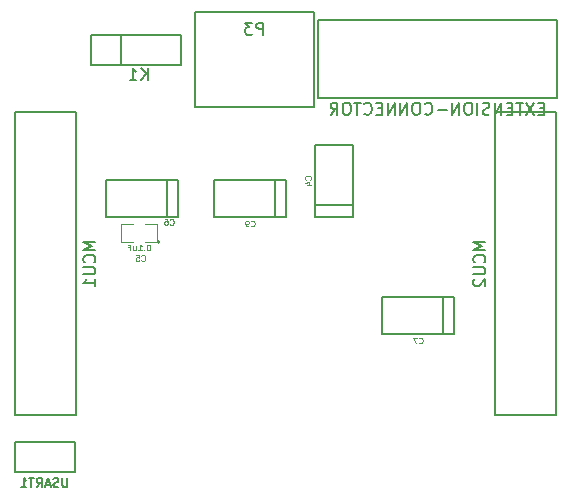
<source format=gbo>
G04 (created by PCBNEW (2013-may-18)-stable) date Вт 16 фев 2016 22:09:58*
%MOIN*%
G04 Gerber Fmt 3.4, Leading zero omitted, Abs format*
%FSLAX34Y34*%
G01*
G70*
G90*
G04 APERTURE LIST*
%ADD10C,0.00590551*%
%ADD11C,0.0039*%
%ADD12C,0.006*%
%ADD13C,0.005*%
%ADD14C,0.0043*%
%ADD15C,0.008*%
%ADD16C,0.0047*%
G04 APERTURE END LIST*
G54D10*
G54D11*
X29600Y-22550D02*
G75*
G03X29600Y-22550I-50J0D01*
G74*
G01*
X29100Y-22550D02*
X29500Y-22550D01*
X29500Y-22550D02*
X29500Y-21950D01*
X29500Y-21950D02*
X29100Y-21950D01*
X28700Y-21950D02*
X28300Y-21950D01*
X28300Y-21950D02*
X28300Y-22550D01*
X28300Y-22550D02*
X28700Y-22550D01*
G54D12*
X27300Y-15650D02*
X27300Y-16650D01*
X27300Y-16650D02*
X30300Y-16650D01*
X30300Y-16650D02*
X30300Y-15650D01*
X30300Y-15650D02*
X27300Y-15650D01*
X28300Y-16650D02*
X28300Y-15650D01*
X24750Y-29200D02*
X24750Y-30200D01*
X24750Y-30200D02*
X26750Y-30200D01*
X26750Y-30200D02*
X26750Y-29200D01*
X26750Y-29200D02*
X24750Y-29200D01*
G54D10*
X42811Y-28307D02*
X42811Y-18228D01*
X42811Y-18228D02*
X40763Y-18228D01*
X40763Y-18228D02*
X40763Y-28307D01*
X40763Y-28307D02*
X42811Y-28307D01*
X24763Y-18228D02*
X24763Y-28307D01*
X24763Y-28307D02*
X26811Y-28307D01*
X26811Y-28307D02*
X26811Y-18228D01*
X26811Y-18228D02*
X24763Y-18228D01*
X34718Y-18037D02*
X30781Y-18037D01*
X30781Y-18037D02*
X30781Y-14887D01*
X30781Y-14887D02*
X34718Y-14887D01*
X34718Y-18037D02*
X34718Y-14887D01*
G54D13*
X39025Y-25625D02*
X39025Y-24375D01*
X37000Y-25625D02*
X37000Y-24375D01*
X37000Y-24375D02*
X39400Y-24375D01*
X39400Y-24375D02*
X39400Y-25625D01*
X39400Y-25625D02*
X37000Y-25625D01*
X34775Y-21325D02*
X36025Y-21325D01*
X34775Y-19300D02*
X36025Y-19300D01*
X36025Y-19300D02*
X36025Y-21700D01*
X36025Y-21700D02*
X34775Y-21700D01*
X34775Y-21700D02*
X34775Y-19300D01*
X33425Y-21725D02*
X33425Y-20475D01*
X31400Y-21725D02*
X31400Y-20475D01*
X31400Y-20475D02*
X33800Y-20475D01*
X33800Y-20475D02*
X33800Y-21725D01*
X33800Y-21725D02*
X31400Y-21725D01*
X29825Y-21725D02*
X29825Y-20475D01*
X27800Y-21725D02*
X27800Y-20475D01*
X27800Y-20475D02*
X30200Y-20475D01*
X30200Y-20475D02*
X30200Y-21725D01*
X30200Y-21725D02*
X27800Y-21725D01*
G54D10*
X34873Y-17749D02*
X42826Y-17749D01*
X42826Y-17749D02*
X42826Y-15150D01*
X42826Y-15150D02*
X34873Y-15150D01*
X34873Y-15150D02*
X34873Y-17749D01*
G54D14*
X28982Y-23160D02*
X28992Y-23170D01*
X29020Y-23179D01*
X29039Y-23179D01*
X29067Y-23170D01*
X29086Y-23151D01*
X29095Y-23132D01*
X29104Y-23095D01*
X29104Y-23067D01*
X29095Y-23029D01*
X29086Y-23010D01*
X29067Y-22992D01*
X29039Y-22982D01*
X29020Y-22982D01*
X28992Y-22992D01*
X28982Y-23001D01*
X28804Y-22982D02*
X28898Y-22982D01*
X28907Y-23076D01*
X28898Y-23067D01*
X28879Y-23057D01*
X28832Y-23057D01*
X28813Y-23067D01*
X28804Y-23076D01*
X28795Y-23095D01*
X28795Y-23142D01*
X28804Y-23160D01*
X28813Y-23170D01*
X28832Y-23179D01*
X28879Y-23179D01*
X28898Y-23170D01*
X28907Y-23160D01*
X29223Y-22632D02*
X29204Y-22632D01*
X29186Y-22642D01*
X29176Y-22651D01*
X29167Y-22670D01*
X29157Y-22707D01*
X29157Y-22754D01*
X29167Y-22792D01*
X29176Y-22810D01*
X29186Y-22820D01*
X29204Y-22829D01*
X29223Y-22829D01*
X29242Y-22820D01*
X29251Y-22810D01*
X29261Y-22792D01*
X29270Y-22754D01*
X29270Y-22707D01*
X29261Y-22670D01*
X29251Y-22651D01*
X29242Y-22642D01*
X29223Y-22632D01*
X29073Y-22810D02*
X29064Y-22820D01*
X29073Y-22829D01*
X29082Y-22820D01*
X29073Y-22810D01*
X29073Y-22829D01*
X28876Y-22829D02*
X28989Y-22829D01*
X28932Y-22829D02*
X28932Y-22632D01*
X28951Y-22660D01*
X28970Y-22679D01*
X28989Y-22689D01*
X28707Y-22698D02*
X28707Y-22829D01*
X28792Y-22698D02*
X28792Y-22801D01*
X28782Y-22820D01*
X28763Y-22829D01*
X28735Y-22829D01*
X28717Y-22820D01*
X28707Y-22810D01*
X28548Y-22726D02*
X28613Y-22726D01*
X28613Y-22829D02*
X28613Y-22632D01*
X28520Y-22632D01*
G54D12*
X29195Y-17161D02*
X29195Y-16761D01*
X28966Y-17161D02*
X29138Y-16933D01*
X28966Y-16761D02*
X29195Y-16990D01*
X28585Y-17161D02*
X28814Y-17161D01*
X28699Y-17161D02*
X28699Y-16761D01*
X28738Y-16819D01*
X28776Y-16857D01*
X28814Y-16876D01*
X26514Y-30421D02*
X26514Y-30664D01*
X26500Y-30692D01*
X26485Y-30707D01*
X26457Y-30721D01*
X26400Y-30721D01*
X26371Y-30707D01*
X26357Y-30692D01*
X26342Y-30664D01*
X26342Y-30421D01*
X26214Y-30707D02*
X26171Y-30721D01*
X26099Y-30721D01*
X26071Y-30707D01*
X26057Y-30692D01*
X26042Y-30664D01*
X26042Y-30635D01*
X26057Y-30607D01*
X26071Y-30592D01*
X26099Y-30578D01*
X26157Y-30564D01*
X26185Y-30550D01*
X26199Y-30535D01*
X26214Y-30507D01*
X26214Y-30478D01*
X26199Y-30450D01*
X26185Y-30435D01*
X26157Y-30421D01*
X26085Y-30421D01*
X26042Y-30435D01*
X25928Y-30635D02*
X25785Y-30635D01*
X25957Y-30721D02*
X25857Y-30421D01*
X25757Y-30721D01*
X25485Y-30721D02*
X25585Y-30578D01*
X25657Y-30721D02*
X25657Y-30421D01*
X25542Y-30421D01*
X25514Y-30435D01*
X25500Y-30450D01*
X25485Y-30478D01*
X25485Y-30521D01*
X25500Y-30550D01*
X25514Y-30564D01*
X25542Y-30578D01*
X25657Y-30578D01*
X25400Y-30421D02*
X25228Y-30421D01*
X25314Y-30721D02*
X25314Y-30421D01*
X24971Y-30721D02*
X25142Y-30721D01*
X25057Y-30721D02*
X25057Y-30421D01*
X25085Y-30464D01*
X25114Y-30492D01*
X25142Y-30507D01*
G54D15*
X40449Y-22534D02*
X40049Y-22534D01*
X40335Y-22667D01*
X40049Y-22801D01*
X40449Y-22801D01*
X40411Y-23220D02*
X40430Y-23201D01*
X40449Y-23143D01*
X40449Y-23105D01*
X40430Y-23048D01*
X40392Y-23010D01*
X40354Y-22991D01*
X40277Y-22972D01*
X40220Y-22972D01*
X40144Y-22991D01*
X40106Y-23010D01*
X40068Y-23048D01*
X40049Y-23105D01*
X40049Y-23143D01*
X40068Y-23201D01*
X40087Y-23220D01*
X40049Y-23391D02*
X40373Y-23391D01*
X40411Y-23410D01*
X40430Y-23429D01*
X40449Y-23467D01*
X40449Y-23543D01*
X40430Y-23582D01*
X40411Y-23601D01*
X40373Y-23620D01*
X40049Y-23620D01*
X40087Y-23791D02*
X40068Y-23810D01*
X40049Y-23848D01*
X40049Y-23943D01*
X40068Y-23982D01*
X40087Y-24001D01*
X40125Y-24020D01*
X40163Y-24020D01*
X40220Y-24001D01*
X40449Y-23772D01*
X40449Y-24020D01*
X27449Y-22534D02*
X27049Y-22534D01*
X27335Y-22667D01*
X27049Y-22801D01*
X27449Y-22801D01*
X27411Y-23220D02*
X27430Y-23201D01*
X27449Y-23143D01*
X27449Y-23105D01*
X27430Y-23048D01*
X27392Y-23010D01*
X27354Y-22991D01*
X27277Y-22972D01*
X27220Y-22972D01*
X27144Y-22991D01*
X27106Y-23010D01*
X27068Y-23048D01*
X27049Y-23105D01*
X27049Y-23143D01*
X27068Y-23201D01*
X27087Y-23220D01*
X27049Y-23391D02*
X27373Y-23391D01*
X27411Y-23410D01*
X27430Y-23429D01*
X27449Y-23467D01*
X27449Y-23543D01*
X27430Y-23582D01*
X27411Y-23601D01*
X27373Y-23620D01*
X27049Y-23620D01*
X27449Y-24020D02*
X27449Y-23791D01*
X27449Y-23905D02*
X27049Y-23905D01*
X27106Y-23867D01*
X27144Y-23829D01*
X27163Y-23791D01*
X33045Y-15640D02*
X33045Y-15240D01*
X32892Y-15240D01*
X32854Y-15259D01*
X32835Y-15278D01*
X32816Y-15316D01*
X32816Y-15373D01*
X32835Y-15411D01*
X32854Y-15430D01*
X32892Y-15449D01*
X33045Y-15449D01*
X32683Y-15240D02*
X32435Y-15240D01*
X32569Y-15392D01*
X32511Y-15392D01*
X32473Y-15411D01*
X32454Y-15430D01*
X32435Y-15468D01*
X32435Y-15564D01*
X32454Y-15602D01*
X32473Y-15621D01*
X32511Y-15640D01*
X32626Y-15640D01*
X32664Y-15621D01*
X32683Y-15602D01*
G54D16*
X38232Y-25910D02*
X38242Y-25920D01*
X38270Y-25929D01*
X38289Y-25929D01*
X38317Y-25920D01*
X38336Y-25901D01*
X38345Y-25882D01*
X38354Y-25845D01*
X38354Y-25817D01*
X38345Y-25779D01*
X38336Y-25760D01*
X38317Y-25742D01*
X38289Y-25732D01*
X38270Y-25732D01*
X38242Y-25742D01*
X38232Y-25751D01*
X38167Y-25732D02*
X38035Y-25732D01*
X38120Y-25929D01*
X34610Y-20467D02*
X34620Y-20457D01*
X34629Y-20429D01*
X34629Y-20410D01*
X34620Y-20382D01*
X34601Y-20363D01*
X34582Y-20354D01*
X34545Y-20345D01*
X34517Y-20345D01*
X34479Y-20354D01*
X34460Y-20363D01*
X34442Y-20382D01*
X34432Y-20410D01*
X34432Y-20429D01*
X34442Y-20457D01*
X34451Y-20467D01*
X34498Y-20636D02*
X34629Y-20636D01*
X34423Y-20589D02*
X34564Y-20542D01*
X34564Y-20664D01*
X32632Y-22010D02*
X32642Y-22020D01*
X32670Y-22029D01*
X32689Y-22029D01*
X32717Y-22020D01*
X32736Y-22001D01*
X32745Y-21982D01*
X32754Y-21945D01*
X32754Y-21917D01*
X32745Y-21879D01*
X32736Y-21860D01*
X32717Y-21842D01*
X32689Y-21832D01*
X32670Y-21832D01*
X32642Y-21842D01*
X32632Y-21851D01*
X32539Y-22029D02*
X32501Y-22029D01*
X32482Y-22020D01*
X32473Y-22010D01*
X32454Y-21982D01*
X32445Y-21945D01*
X32445Y-21870D01*
X32454Y-21851D01*
X32463Y-21842D01*
X32482Y-21832D01*
X32520Y-21832D01*
X32539Y-21842D01*
X32548Y-21851D01*
X32557Y-21870D01*
X32557Y-21917D01*
X32548Y-21935D01*
X32539Y-21945D01*
X32520Y-21954D01*
X32482Y-21954D01*
X32463Y-21945D01*
X32454Y-21935D01*
X32445Y-21917D01*
X29932Y-21960D02*
X29942Y-21970D01*
X29970Y-21979D01*
X29989Y-21979D01*
X30017Y-21970D01*
X30036Y-21951D01*
X30045Y-21932D01*
X30054Y-21895D01*
X30054Y-21867D01*
X30045Y-21829D01*
X30036Y-21810D01*
X30017Y-21792D01*
X29989Y-21782D01*
X29970Y-21782D01*
X29942Y-21792D01*
X29932Y-21801D01*
X29763Y-21782D02*
X29801Y-21782D01*
X29820Y-21792D01*
X29829Y-21801D01*
X29848Y-21829D01*
X29857Y-21867D01*
X29857Y-21942D01*
X29848Y-21960D01*
X29839Y-21970D01*
X29820Y-21979D01*
X29782Y-21979D01*
X29763Y-21970D01*
X29754Y-21960D01*
X29745Y-21942D01*
X29745Y-21895D01*
X29754Y-21876D01*
X29763Y-21867D01*
X29782Y-21857D01*
X29820Y-21857D01*
X29839Y-21867D01*
X29848Y-21876D01*
X29857Y-21895D01*
G54D15*
X42392Y-18095D02*
X42259Y-18095D01*
X42202Y-18304D02*
X42392Y-18304D01*
X42392Y-17904D01*
X42202Y-17904D01*
X42069Y-17904D02*
X41802Y-18304D01*
X41802Y-17904D02*
X42069Y-18304D01*
X41707Y-17904D02*
X41478Y-17904D01*
X41592Y-18304D02*
X41592Y-17904D01*
X41345Y-18095D02*
X41211Y-18095D01*
X41154Y-18304D02*
X41345Y-18304D01*
X41345Y-17904D01*
X41154Y-17904D01*
X40983Y-18304D02*
X40983Y-17904D01*
X40754Y-18304D01*
X40754Y-17904D01*
X40583Y-18285D02*
X40526Y-18304D01*
X40430Y-18304D01*
X40392Y-18285D01*
X40373Y-18266D01*
X40354Y-18228D01*
X40354Y-18190D01*
X40373Y-18152D01*
X40392Y-18133D01*
X40430Y-18114D01*
X40507Y-18095D01*
X40545Y-18076D01*
X40564Y-18057D01*
X40583Y-18019D01*
X40583Y-17981D01*
X40564Y-17942D01*
X40545Y-17923D01*
X40507Y-17904D01*
X40411Y-17904D01*
X40354Y-17923D01*
X40183Y-18304D02*
X40183Y-17904D01*
X39916Y-17904D02*
X39840Y-17904D01*
X39802Y-17923D01*
X39764Y-17961D01*
X39745Y-18038D01*
X39745Y-18171D01*
X39764Y-18247D01*
X39802Y-18285D01*
X39840Y-18304D01*
X39916Y-18304D01*
X39954Y-18285D01*
X39992Y-18247D01*
X40011Y-18171D01*
X40011Y-18038D01*
X39992Y-17961D01*
X39954Y-17923D01*
X39916Y-17904D01*
X39573Y-18304D02*
X39573Y-17904D01*
X39345Y-18304D01*
X39345Y-17904D01*
X39154Y-18152D02*
X38850Y-18152D01*
X38430Y-18266D02*
X38450Y-18285D01*
X38507Y-18304D01*
X38545Y-18304D01*
X38602Y-18285D01*
X38640Y-18247D01*
X38659Y-18209D01*
X38678Y-18133D01*
X38678Y-18076D01*
X38659Y-18000D01*
X38640Y-17961D01*
X38602Y-17923D01*
X38545Y-17904D01*
X38507Y-17904D01*
X38450Y-17923D01*
X38430Y-17942D01*
X38183Y-17904D02*
X38107Y-17904D01*
X38069Y-17923D01*
X38030Y-17961D01*
X38011Y-18038D01*
X38011Y-18171D01*
X38030Y-18247D01*
X38069Y-18285D01*
X38107Y-18304D01*
X38183Y-18304D01*
X38221Y-18285D01*
X38259Y-18247D01*
X38278Y-18171D01*
X38278Y-18038D01*
X38259Y-17961D01*
X38221Y-17923D01*
X38183Y-17904D01*
X37840Y-18304D02*
X37840Y-17904D01*
X37611Y-18304D01*
X37611Y-17904D01*
X37421Y-18304D02*
X37421Y-17904D01*
X37192Y-18304D01*
X37192Y-17904D01*
X37002Y-18095D02*
X36869Y-18095D01*
X36811Y-18304D02*
X37002Y-18304D01*
X37002Y-17904D01*
X36811Y-17904D01*
X36411Y-18266D02*
X36430Y-18285D01*
X36488Y-18304D01*
X36526Y-18304D01*
X36583Y-18285D01*
X36621Y-18247D01*
X36640Y-18209D01*
X36659Y-18133D01*
X36659Y-18076D01*
X36640Y-18000D01*
X36621Y-17961D01*
X36583Y-17923D01*
X36526Y-17904D01*
X36488Y-17904D01*
X36430Y-17923D01*
X36411Y-17942D01*
X36297Y-17904D02*
X36069Y-17904D01*
X36183Y-18304D02*
X36183Y-17904D01*
X35859Y-17904D02*
X35783Y-17904D01*
X35745Y-17923D01*
X35707Y-17961D01*
X35688Y-18038D01*
X35688Y-18171D01*
X35707Y-18247D01*
X35745Y-18285D01*
X35783Y-18304D01*
X35859Y-18304D01*
X35897Y-18285D01*
X35935Y-18247D01*
X35954Y-18171D01*
X35954Y-18038D01*
X35935Y-17961D01*
X35897Y-17923D01*
X35859Y-17904D01*
X35288Y-18304D02*
X35421Y-18114D01*
X35516Y-18304D02*
X35516Y-17904D01*
X35364Y-17904D01*
X35326Y-17923D01*
X35307Y-17942D01*
X35288Y-17981D01*
X35288Y-18038D01*
X35307Y-18076D01*
X35326Y-18095D01*
X35364Y-18114D01*
X35516Y-18114D01*
M02*

</source>
